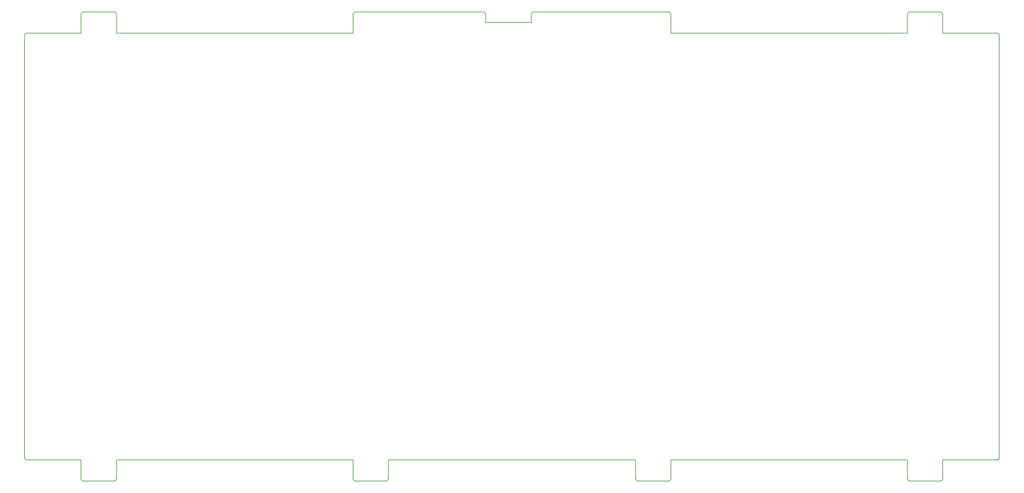
<source format=gbr>
G04 #@! TF.FileFunction,Profile,NP*
%FSLAX46Y46*%
G04 Gerber Fmt 4.6, Leading zero omitted, Abs format (unit mm)*
G04 Created by KiCad (PCBNEW 4.0.6) date 09/10/17 00:35:59*
%MOMM*%
%LPD*%
G01*
G04 APERTURE LIST*
%ADD10C,0.100000*%
%ADD11C,0.150000*%
G04 APERTURE END LIST*
D10*
D11*
X77000000Y-78500000D02*
X92500000Y-78500000D01*
X169500000Y-73000000D02*
X169500000Y-78500000D01*
X102500000Y-73000000D02*
X102500000Y-78500000D01*
X102000000Y-72500000D02*
X93000000Y-72500000D01*
X102000000Y-72500000D02*
X102500000Y-73000000D01*
X92500000Y-73000000D02*
X93000000Y-72500000D01*
X92500000Y-73000000D02*
X92500000Y-78500000D01*
X76500000Y-79000000D02*
X76500000Y-199000000D01*
X76500000Y-79000000D02*
X77000000Y-78500000D01*
X77000000Y-199500000D02*
X92500000Y-199500000D01*
X76500000Y-199000000D02*
X77000000Y-199500000D01*
X92500000Y-199500000D02*
X92500000Y-205000000D01*
X93000000Y-205500000D02*
X102000000Y-205500000D01*
X92500000Y-205000000D02*
X93000000Y-205500000D01*
X102500000Y-199500000D02*
X102500000Y-205000000D01*
X102000000Y-205500000D02*
X102500000Y-205000000D01*
X169500000Y-205000000D02*
X169500000Y-199500000D01*
X170000000Y-205500000D02*
X179000000Y-205500000D01*
X169500000Y-205000000D02*
X170000000Y-205500000D01*
X179500000Y-205000000D02*
X179500000Y-199500000D01*
X179000000Y-205500000D02*
X179500000Y-205000000D01*
X249500000Y-205000000D02*
X249500000Y-199500000D01*
X250000000Y-205500000D02*
X259000000Y-205500000D01*
X249500000Y-205000000D02*
X250000000Y-205500000D01*
X259500000Y-205000000D02*
X259500000Y-199500000D01*
X259000000Y-205500000D02*
X259500000Y-205000000D01*
X326500000Y-199500000D02*
X326500000Y-205000000D01*
X327000000Y-205500000D02*
X336000000Y-205500000D01*
X326500000Y-205000000D02*
X327000000Y-205500000D01*
X336500000Y-199500000D02*
X336500000Y-205000000D01*
X336000000Y-205500000D02*
X336500000Y-205000000D01*
X352500000Y-199000000D02*
X352500000Y-79000000D01*
X352000000Y-199500000D02*
X352500000Y-199000000D01*
X336500000Y-78500000D02*
X352000000Y-78500000D01*
X352000000Y-78500000D02*
X352500000Y-79000000D01*
X336500000Y-73000000D02*
X336500000Y-78500000D01*
X327000000Y-72500000D02*
X336000000Y-72500000D01*
X336000000Y-72500000D02*
X336500000Y-73000000D01*
X326500000Y-73000000D02*
X326500000Y-78500000D01*
X326500000Y-73000000D02*
X327000000Y-72500000D01*
X259500000Y-73000000D02*
X259500000Y-78500000D01*
X220500000Y-72500000D02*
X259000000Y-72500000D01*
X170000000Y-72500000D02*
X206500000Y-72500000D01*
X169500000Y-73000000D02*
X170000000Y-72500000D01*
X259000000Y-72500000D02*
X259500000Y-73000000D01*
X207000000Y-75500000D02*
X220000000Y-75500000D01*
X220000000Y-73000000D02*
X220000000Y-75500000D01*
X220000000Y-73000000D02*
X220500000Y-72500000D01*
X207000000Y-73000000D02*
X207000000Y-75500000D01*
X207000000Y-73000000D02*
X206500000Y-72500000D01*
X326500000Y-78500000D02*
X259500000Y-78500000D01*
X179500000Y-199500000D02*
X249500000Y-199500000D01*
X259500000Y-199500000D02*
X326500000Y-199500000D01*
X336500000Y-199500000D02*
X352500000Y-199500000D01*
X102500000Y-199500000D02*
X169500000Y-199500000D01*
X102500000Y-78500000D02*
X169500000Y-78500000D01*
M02*

</source>
